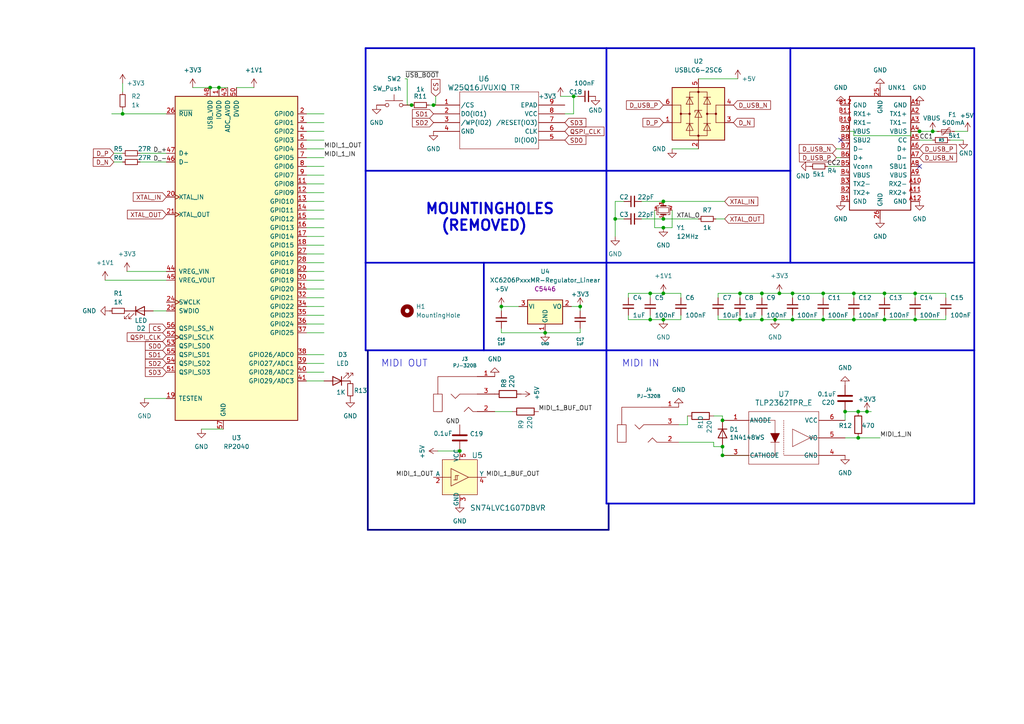
<source format=kicad_sch>
(kicad_sch (version 20231120) (generator "eeschema") (generator_version "8.0")
  (paper "A4")
  (title_block (title "RP2040 - Design Guide") (date "2021-12-07") (rev "0.1") (company "Sleepdealer"))
  (lib_symbols
    (symbol "Device:C" (pin_numbers hide) (pin_names (offset 0.254))
      (property "Reference" "C" (at 0.635 2.54 0))
      (property "Value" "C" (at 0.635 -2.54 0))
      (symbol "C_1_1"
        (pin passive line (at 0 3.81 270) (length 2.794) (name "~") (number "1"))
        (pin passive line (at 0 -3.81 90) (length 2.794) (name "~") (number "2"))
      )
    )
    (symbol "Device:C_Small" (pin_numbers hide) (pin_names (offset 0.254) hide)
      (property "Reference" "C" (at 0.254 1.778 0))
      (property "Value" "C_Small" (at 0.254 -2.032 0))
      (symbol "C_Small_1_1"
        (pin passive line (at 0 2.54 270) (length 2.032) (name "~") (number "1"))
        (pin passive line (at 0 -2.54 90) (length 2.032) (name "~") (number "2"))
      )
    )
    (symbol "Device:Crystal_GND24_Small" (pin_names (offset 1.016) hide)
      (property "Reference" "Y" (at 1.27 4.445 0))
      (property "Value" "Crystal_GND24_Small" (at 1.27 2.54 0))
      (symbol "Crystal_GND24_Small_1_1"
        (pin passive line (at -2.54 0 0) (length 1.27) (name "1") (number "1"))
        (pin passive line (at 0 -2.54 90) (length 0.635) (name "2") (number "2"))
        (pin passive line (at 2.54 0 180) (length 1.27) (name "3") (number "3"))
        (pin passive line (at 0 2.54 270) (length 0.635) (name "4") (number "4"))
      )
    )
    (symbol "Device:LED" (pin_numbers hide) (pin_names (offset 1.016) hide)
      (property "Reference" "D" (at 0 2.54 0))
      (property "Value" "LED" (at 0 -2.54 0))
      (symbol "LED_1_1"
        (pin passive line (at -3.81 0 0) (length 2.54) (name "K") (number "1"))
        (pin passive line (at 3.81 0 180) (length 2.54) (name "A") (number "2"))
      )
    )
    (symbol "Device:Polyfuse_Small" (pin_numbers hide) (pin_names (offset 0))
      (property "Reference" "F" (at -1.905 0 90))
      (property "Value" "Polyfuse_Small" (at 1.905 0 90))
      (symbol "Polyfuse_Small_1_1"
        (pin passive line (at 0 2.54 270) (length 0.635) (name "~") (number "1"))
        (pin passive line (at 0 -2.54 90) (length 0.635) (name "~") (number "2"))
      )
    )
    (symbol "Device:R" (pin_numbers hide) (pin_names (offset 0))
      (property "Reference" "R" (at 2.032 0 90))
      (property "Value" "R" (at 0 0 90))
      (symbol "R_1_1"
        (pin passive line (at 0 3.81 270) (length 1.27) (name "~") (number "1"))
        (pin passive line (at 0 -3.81 90) (length 1.27) (name "~") (number "2"))
      )
    )
    (symbol "Device:R_Small" (pin_numbers hide) (pin_names (offset 0.254) hide)
      (property "Reference" "R" (at 0.762 0.508 0))
      (property "Value" "R_Small" (at 0.762 -1.016 0))
      (symbol "R_Small_1_1"
        (pin passive line (at 0 2.54 270) (length 0.762) (name "~") (number "1"))
        (pin passive line (at 0 -2.54 90) (length 0.762) (name "~") (number "2"))
      )
    )
    (symbol "Diode:1N914" (pin_numbers hide) (pin_names (offset 1.016) hide)
      (property "Reference" "D" (at 0 2.54 0))
      (property "Value" "1N914" (at 0 -2.54 0))
      (symbol "1N914_1_1"
        (pin passive line (at -3.81 0 0) (length 2.54) (name "K") (number "1"))
        (pin passive line (at 3.81 0 180) (length 2.54) (name "A") (number "2"))
      )
    )
    (symbol "Mechanical:MountingHole" (pin_names (offset 1.016)) (exclude_from_sim yes) (in_bom no)
      (property "Reference" "H" (at 0 5.08 0))
      (property "Value" "MountingHole" (at 0 3.175 0))
    )
    (symbol "Power_Protection:USBLC6-2SC6" (pin_names hide)
      (property "Reference" "U" (at 2.54 8.89 0))
      (property "Value" "USBLC6-2SC6" (at 2.54 -8.89 0))
      (symbol "USBLC6-2SC6_1_1"
        (pin passive line (at -10.16 -2.54 0) (length 2.54) (name "I/O1") (number "1"))
        (pin passive line (at 0 -10.16 90) (length 2.54) (name "GND") (number "2"))
        (pin passive line (at 10.16 -2.54 180) (length 2.54) (name "I/O2") (number "3"))
        (pin passive line (at 10.16 2.54 180) (length 2.54) (name "I/O2") (number "4"))
        (pin passive line (at 0 10.16 270) (length 2.54) (name "VBUS") (number "5"))
        (pin passive line (at -10.16 2.54 0) (length 2.54) (name "I/O1") (number "6"))
      )
    )
    (symbol "Sleep-lib:RP2040" (pin_names (offset 1.016))
      (property "Reference" "U" (at 8.89 51.435 0))
      (property "Value" "RP2040" (at 8.89 48.895 0))
      (symbol "RP2040_1_1"
        (pin power_in line (at -5.08 50.8 270) (length 2.54) (name "IOVDD") (number "1"))
        (pin power_in line (at -5.08 50.8 270) (length 2.54) hide (name "IOVDD") (number "10"))
        (pin input line (at 20.32 22.86 180) (length 2.54) (name "GPIO8") (number "11"))
        (pin input line (at 20.32 20.32 180) (length 2.54) (name "GPIO9") (number "12"))
        (pin input line (at 20.32 17.78 180) (length 2.54) (name "GPIO10") (number "13"))
        (pin input line (at 20.32 15.24 180) (length 2.54) (name "GPIO11") (number "14"))
        (pin input line (at 20.32 12.7 180) (length 2.54) (name "GPIO12") (number "15"))
        (pin input line (at 20.32 10.16 180) (length 2.54) (name "GPIO13") (number "16"))
        (pin input line (at 20.32 7.62 180) (length 2.54) (name "GPIO14") (number "17"))
        (pin input line (at 20.32 5.08 180) (length 2.54) (name "GPIO15") (number "18"))
        (pin input line (at -20.32 -39.37 0) (length 2.54) (name "TESTEN") (number "19"))
        (pin input line (at 20.32 43.18 180) (length 2.54) (name "GPIO0") (number "2"))
        (pin input clock (at -20.32 19.05 0) (length 2.54) (name "XTAL_IN") (number "20"))
        (pin input clock (at -20.32 13.97 0) (length 2.54) (name "XTAL_OUT") (number "21"))
        (pin power_in line (at -5.08 50.8 270) (length 2.54) hide (name "IOVDD") (number "22"))
        (pin power_in line (at 0 50.8 270) (length 2.54) hide (name "DVDD") (number "23"))
        (pin input clock (at -20.32 -11.43 0) (length 2.54) (name "SWCLK") (number "24"))
        (pin bidirectional line (at -20.32 -13.97 0) (length 2.54) (name "SWDIO") (number "25"))
        (pin input line (at -20.32 43.18 0) (length 2.54) (name "~{RUN}") (number "26"))
        (pin input line (at 20.32 2.54 180) (length 2.54) (name "GPIO16") (number "27"))
        (pin input line (at 20.32 0 180) (length 2.54) (name "GPIO17") (number "28"))
        (pin input line (at 20.32 -2.54 180) (length 2.54) (name "GPIO18") (number "29"))
        (pin input line (at 20.32 40.64 180) (length 2.54) (name "GPIO1") (number "3"))
        (pin input line (at 20.32 -5.08 180) (length 2.54) (name "GPIO19") (number "30"))
        (pin input line (at 20.32 -7.62 180) (length 2.54) (name "GPIO20") (number "31"))
        (pin input line (at 20.32 -10.16 180) (length 2.54) (name "GPIO21") (number "32"))
        (pin power_in line (at -5.08 50.8 270) (length 2.54) hide (name "IOVDD") (number "33"))
        (pin input line (at 20.32 -12.7 180) (length 2.54) (name "GPIO22") (number "34"))
        (pin input line (at 20.32 -15.24 180) (length 2.54) (name "GPIO23") (number "35"))
        (pin input line (at 20.32 -17.78 180) (length 2.54) (name "GPIO24") (number "36"))
        (pin input line (at 20.32 -20.32 180) (length 2.54) (name "GPIO25") (number "37"))
        (pin input line (at 20.32 -26.67 180) (length 2.54) (name "GPIO26/ADC0") (number "38"))
        (pin input line (at 20.32 -29.21 180) (length 2.54) (name "GPIO27/ADC1") (number "39"))
        (pin input line (at 20.32 38.1 180) (length 2.54) (name "GPIO2") (number "4"))
        (pin input line (at 20.32 -31.75 180) (length 2.54) (name "GPIO28/ADC2") (number "40"))
        (pin input line (at 20.32 -34.29 180) (length 2.54) (name "GPIO29/ADC3") (number "41"))
        (pin power_in line (at -5.08 50.8 270) (length 2.54) hide (name "IOVDD") (number "42"))
        (pin power_in line (at -2.54 50.8 270) (length 2.54) (name "ADC_AVDD") (number "43"))
        (pin power_in line (at -20.32 -2.54 0) (length 2.54) (name "VREG_VIN") (number "44"))
        (pin power_out line (at -20.32 -5.08 0) (length 2.54) (name "VREG_VOUT") (number "45"))
        (pin bidirectional line (at -20.32 29.21 0) (length 2.54) (name "D-") (number "46"))
        (pin bidirectional line (at -20.32 31.75 0) (length 2.54) (name "D+") (number "47"))
        (pin power_in line (at -7.62 50.8 270) (length 2.54) (name "USB_VDD") (number "48"))
        (pin power_in line (at -5.08 50.8 270) (length 2.54) hide (name "IOVDD") (number "49"))
        (pin input line (at 20.32 35.56 180) (length 2.54) (name "GPIO3") (number "5"))
        (pin power_in line (at 0 50.8 270) (length 2.54) (name "DVDD") (number "50"))
        (pin bidirectional line (at -20.32 -31.75 0) (length 2.54) (name "QSPI_SD3") (number "51"))
        (pin input clock (at -20.32 -21.59 0) (length 2.54) (name "QSPI_SCLK") (number "52"))
        (pin bidirectional line (at -20.32 -24.13 0) (length 2.54) (name "QSPI_SD0") (number "53"))
        (pin bidirectional line (at -20.32 -29.21 0) (length 2.54) (name "QSPI_SD2") (number "54"))
        (pin bidirectional line (at -20.32 -26.67 0) (length 2.54) (name "QSPI_SD1") (number "55"))
        (pin bidirectional line (at -20.32 -19.05 0) (length 2.54) (name "QSPI_SS_N") (number "56"))
        (pin power_in line (at -3.81 -48.26 90) (length 2.54) (name "GND") (number "57"))
        (pin input line (at 20.32 33.02 180) (length 2.54) (name "GPIO4") (number "6"))
        (pin input line (at 20.32 30.48 180) (length 2.54) (name "GPIO5") (number "7"))
        (pin input line (at 20.32 27.94 180) (length 2.54) (name "GPIO6") (number "8"))
        (pin input line (at 20.32 25.4 180) (length 2.54) (name "GPIO7") (number "9"))
      )
    )
    (symbol "Sleep-lib:TLP2362TPR_E" (pin_names (offset 0.254))
      (property "Reference" "U" (at 17.78 7.62 0))
      (property "Value" "TLP2362TPR_E" (at 17.78 5.08 0))
      (symbol "TLP2362TPR_E_0_1"
        (pin unspecified line (at 0 0 0) (length 7.62) (name "ANODE") (number "1"))
        (pin unspecified line (at 0 -10.16 0) (length 7.62) (name "CATHODE") (number "3"))
        (pin power_out line (at 35.56 -10.16 180) (length 7.62) (name "GND") (number "4"))
        (pin power_in line (at 35.56 -5.08 180) (length 7.62) (name "VO") (number "5"))
        (pin power_in line (at 35.56 0 180) (length 7.62) (name "VCC") (number "6"))
      )
    )
    (symbol "Sleep-lib:USB-C-SMD_XKB_U261-24XN-4BC2SS" (pin_names (offset 1.016))
      (property "Reference" "UNK?" (at 0 1.27 0))
      (property "Value" "USB-C-SMD_XKB_U261-24XN-4BC2SS" (at 0 -1.27 0))
      (symbol "USB-C-SMD_XKB_U261-24XN-4BC2SS_1_0"
        (pin unspecified line (at 102.87 -55.88 270) (length 2.54) (name "GND") (number "25"))
        (pin unspecified line (at 102.87 -93.98 90) (length 2.54) (name "GND") (number "26"))
        (pin unspecified line (at 114.3 -60.96 180) (length 2.54) (name "GND") (number "A1"))
        (pin unspecified line (at 114.3 -83.82 180) (length 2.54) (name "RX2-") (number "A10"))
        (pin unspecified line (at 114.3 -86.36 180) (length 2.54) (name "RX2+") (number "A11"))
        (pin unspecified line (at 114.3 -88.9 180) (length 2.54) (name "GND") (number "A12"))
        (pin unspecified line (at 114.3 -63.5 180) (length 2.54) (name "TX1+") (number "A2"))
        (pin unspecified line (at 114.3 -66.04 180) (length 2.54) (name "TX1-") (number "A3"))
        (pin unspecified line (at 114.3 -68.58 180) (length 2.54) (name "VBUS") (number "A4"))
        (pin unspecified line (at 114.3 -71.12 180) (length 2.54) (name "CC") (number "A5"))
        (pin unspecified line (at 114.3 -73.66 180) (length 2.54) (name "D+") (number "A6"))
        (pin unspecified line (at 114.3 -76.2 180) (length 2.54) (name "D-") (number "A7"))
        (pin unspecified line (at 114.3 -78.74 180) (length 2.54) (name "SBU1") (number "A8"))
        (pin unspecified line (at 114.3 -81.28 180) (length 2.54) (name "VBUS") (number "A9"))
        (pin unspecified line (at 91.44 -88.9 0) (length 2.54) (name "GND") (number "B1"))
        (pin unspecified line (at 91.44 -66.04 0) (length 2.54) (name "RX1-") (number "B10"))
        (pin unspecified line (at 91.44 -63.5 0) (length 2.54) (name "RX1+") (number "B11"))
        (pin unspecified line (at 91.44 -60.96 0) (length 2.54) (name "GND") (number "B12"))
        (pin unspecified line (at 91.44 -86.36 0) (length 2.54) (name "TX2+") (number "B2"))
        (pin unspecified line (at 91.44 -83.82 0) (length 2.54) (name "TX2-") (number "B3"))
        (pin unspecified line (at 91.44 -81.28 0) (length 2.54) (name "VBUS") (number "B4"))
        (pin unspecified line (at 91.44 -78.74 0) (length 2.54) (name "Vconn") (number "B5"))
        (pin unspecified line (at 91.44 -76.2 0) (length 2.54) (name "D+") (number "B6"))
        (pin unspecified line (at 91.44 -73.66 0) (length 2.54) (name "D-") (number "B7"))
        (pin unspecified line (at 91.44 -71.12 0) (length 2.54) (name "SBU2") (number "B8"))
        (pin unspecified line (at 91.44 -68.58 0) (length 2.54) (name "VBUS") (number "B9"))
      )
    )
    (symbol "Sleep-lib:W25Q16JVUXIQ_TR" (pin_names (offset 0.254))
      (property "Reference" "U6" (at 57.785 7.62 0))
      (property "Value" "W25Q16JVUXIQ TR" (at 57.785 5.08 0))
      (symbol "W25Q16JVUXIQ_TR_0_1"
        (pin unspecified line (at 43.18 0 0) (length 7.62) (name "/CS") (number "1"))
        (pin unspecified line (at 43.18 -2.54 0) (length 7.62) (name "DO(IO1)") (number "2"))
        (pin unspecified line (at 43.18 -5.08 0) (length 7.62) (name "/WP(IO2)") (number "3"))
        (pin unspecified line (at 43.18 -7.62 0) (length 7.62) (name "GND") (number "4"))
        (pin unspecified line (at 81.28 -10.16 180) (length 7.62) (name "DI(IO0)") (number "5"))
        (pin unspecified line (at 81.28 -7.62 180) (length 7.62) (name "CLK") (number "6"))
        (pin unspecified line (at 81.28 -2.54 180) (length 7.62) (name "VCC") (number "8"))
        (pin unspecified line (at 81.28 0 180) (length 7.62) (name "EPAD") (number "9"))
      )
      (symbol "W25Q16JVUXIQ_TR_1_1"
        (pin unspecified line (at 81.28 -5.08 180) (length 7.62) (name "/RESET(IO3)") (number "7"))
      )
    )
    (symbol "Switch:SW_Push" (pin_numbers hide) (pin_names (offset 1.016) hide)
      (property "Reference" "SW" (at 1.27 2.54 0))
      (property "Value" "SW_Push" (at 0 -1.524 0))
      (symbol "SW_Push_0_1"
        (pin passive line (at -5.08 0 0) (length 2.54) (name "1") (number "1"))
        (pin passive line (at 5.08 0 180) (length 2.54) (name "2") (number "2"))
      )
    )
    (symbol "dk_Logic-Buffers-Drivers-Receivers-Transceivers:SN74LVC1G07DBVR" (pin_names (offset 0))
      (property "Reference" "U" (at -2.54 6.35 0))
      (property "Value" "SN74LVC1G07DBVR" (at 1.905 -6.35 0))
      (symbol "SN74LVC1G07DBVR_1_1"
        (pin no_connect line (at -7.62 -5.08 0) (length 2.54) hide (name "NC") (number "1"))
        (pin input line (at -7.62 0 0) (length 2.54) (name "A") (number "2"))
        (pin power_in line (at 0 -7.62 90) (length 2.54) (name "GND") (number "3"))
        (pin output line (at 7.62 0 180) (length 2.54) (name "Y") (number "4"))
        (pin power_in line (at 0 7.62 270) (length 2.54) (name "VCC") (number "5"))
      )
    )
    (symbol "kicad-keyboard-parts:XC6206PxxxMR-Regulator_Linear" (pin_names (offset 0.254))
      (property "Reference" "U" (at -3.81 3.175 0))
      (property "Value" "XC6206PxxxMR-Regulator_Linear" (at 0 3.175 0))
      (property "LCSC" "C5446" (at 0 0 0))
      (symbol "XC6206PxxxMR-Regulator_Linear_1_1"
        (pin power_in line (at 0 -7.62 90) (length 2.54) (name "GND") (number "1"))
        (pin power_out line (at 7.62 0 180) (length 2.54) (name "VO") (number "2"))
        (pin power_in line (at -7.62 0 0) (length 2.54) (name "VI") (number "3"))
      )
    )
    (symbol "poma:PJ-320B" (pin_names (offset 1.016))
      (property "Reference" "U" (at 0 12.7 0))
      (property "Value" "PJ-320B" (at 0 11.43 0))
      (symbol "PJ-320B_1_1"
        (pin output line (at 10.16 7.62 180) (length 5.08) (name "~") (number "1"))
        (pin output line (at 10.16 -2.54 180) (length 5.08) (name "~") (number "2"))
        (pin output line (at 10.16 2.54 180) (length 5.08) (name "~") (number "3"))
      )
    )
    (symbol "power:+1V1" (power) (pin_names (offset 0))
      (property "Value" "+1V1" (at 0 3.556 0))
      (symbol "+1V1_1_1"
        (pin power_in line (at 0 0 90) (length 0) hide (name "+1V1") (number "1"))
      )
    )
    (symbol "power:+3.3V" (power) (pin_names (offset 0))
      (property "Value" "+3.3V" (at 0 3.556 0))
      (symbol "+3.3V_1_1"
        (pin power_in line (at 0 0 90) (length 0) hide (name "+3V3") (number "1"))
      )
    )
    (symbol "power:+3V3" (power) (pin_names (offset 0))
      (property "Value" "+3V3" (at 0 3.556 0))
      (symbol "+3V3_1_1"
        (pin power_in line (at 0 0 90) (length 0) hide (name "+3V3") (number "1"))
      )
    )
    (symbol "power:+5V" (power) (pin_names (offset 0))
      (property "Value" "+5V" (at 0 3.556 0))
      (symbol "+5V_1_1"
        (pin power_in line (at 0 0 90) (length 0) hide (name "+5V") (number "1"))
      )
    )
    (symbol "power:GND" (power) (pin_names (offset 0))
      (property "Value" "GND" (at 0 -3.81 0))
      (symbol "GND_1_1"
        (pin power_in line (at 0 0 270) (length 0) hide (name "GND") (number "1"))
      )
    )
    (symbol "power:VBUS" (power) (pin_names (offset 0))
      (property "Value" "VBUS" (at 0 3.81 0))
      (symbol "VBUS_1_1"
        (pin power_in line (at 0 0 90) (length 0) hide (name "VBUS") (number "1"))
      )
    )
  )
  (junction (at 192.405 66.04))
  (junction (at 166.37 27.94))
  (junction (at 192.405 63.5))
  (junction (at 248.92 119.38))
  (junction (at 63.5 25.4))
  (junction (at 224.79 92.71))
  (junction (at 220.98 92.71))
  (junction (at 238.76 92.71))
  (junction (at 238.76 85.09))
  (junction (at 247.65 92.71))
  (junction (at 35.56 33.02))
  (junction (at 256.54 85.09))
  (junction (at 247.65 85.09))
  (junction (at 256.54 92.71))
  (junction (at 214.63 85.09))
  (junction (at 220.98 85.09))
  (junction (at 133.35 130.81))
  (junction (at 188.595 85.09))
  (junction (at 119.38 30.48))
  (junction (at 178.435 63.5))
  (junction (at 168.275 88.9) (diameter 0.9144))
  (junction (at 226.06 85.09))
  (junction (at 209.55 121.92))
  (junction (at 214.63 92.71))
  (junction (at 229.87 85.09))
  (junction (at 60.96 25.4))
  (junction (at 229.87 92.71))
  (junction (at 266.7 38.1))
  (junction (at 265.43 92.71))
  (junction (at 188.595 92.71))
  (junction (at 209.55 129.54))
  (junction (at 125.73 30.48))
  (junction (at 158.115 96.52) (diameter 0.9144))
  (junction (at 265.43 85.09))
  (junction (at 251.46 119.38))
  (junction (at 245.11 119.38))
  (junction (at 192.405 85.09))
  (junction (at 192.405 58.42))
  (junction (at 270.51 38.1))
  (junction (at 192.405 92.71))
  (junction (at 248.92 127))
  (junction (at 145.415 88.9) (diameter 0.9144))
  (junction (at 209.55 132.08))
  (no_connect (at 243.84 40.64))
  (no_connect (at 266.7 48.26))
  (wire (pts (xy 207.01 128.27) (xy 207.01 129.54)))
  (wire (pts (xy 93.98 83.82) (xy 88.9 83.82)))
  (wire (pts (xy 196.85 123.19) (xy 199.39 123.19)))
  (wire (pts (xy 229.87 85.09) (xy 238.76 85.09)))
  (wire (pts (xy 238.76 85.09) (xy 238.76 86.36)))
  (wire (pts (xy 33.02 46.99) (xy 35.56 46.99)))
  (wire (pts (xy 117.475 22.86) (xy 118.11 22.86)))
  (polyline (pts (xy 175.895 13.97) (xy 229.235 13.97)) (stroke (width 0.5) (type solid)))
  (wire (pts (xy 88.9 81.28) (xy 93.98 81.28)))
  (wire (pts (xy 186.055 63.5) (xy 192.405 63.5)))
  (wire (pts (xy 192.405 63.5) (xy 202.565 63.5)))
  (wire (pts (xy 207.645 63.5) (xy 210.185 63.5)))
  (wire (pts (xy 214.63 91.44) (xy 214.63 92.71)))
  (wire (pts (xy 256.54 85.09) (xy 265.43 85.09)))
  (wire (pts (xy 265.43 85.09) (xy 265.43 86.36)))
  (wire (pts (xy 247.65 85.09) (xy 256.54 85.09)))
  (wire (pts (xy 238.76 85.09) (xy 247.65 85.09)))
  (wire (pts (xy 88.9 50.8) (xy 93.98 50.8)))
  (wire (pts (xy 178.435 63.5) (xy 178.435 68.58)))
  (wire (pts (xy 162.56 27.94) (xy 166.37 27.94)))
  (wire (pts (xy 93.98 107.95) (xy 88.9 107.95)))
  (wire (pts (xy 209.55 132.08) (xy 217.17 132.08)))
  (wire (pts (xy 93.98 88.9) (xy 88.9 88.9)))
  (wire (pts (xy 145.415 88.9) (xy 150.495 88.9)))
  (wire (pts (xy 40.64 44.45) (xy 48.26 44.45)))
  (wire (pts (xy 207.01 129.54) (xy 209.55 129.54)))
  (wire (pts (xy 266.7 38.1) (xy 270.51 38.1)))
  (wire (pts (xy 248.92 127) (xy 255.27 127)))
  (wire (pts (xy 209.55 129.54) (xy 209.55 132.08)))
  (wire (pts (xy 145.415 95.25) (xy 145.415 96.52)))
  (wire (pts (xy 199.39 123.19) (xy 199.39 120.65)))
  (wire (pts (xy 266.7 40.64) (xy 270.51 40.64)))
  (polyline (pts (xy 282.575 146.05) (xy 282.575 101.6)) (stroke (width 0.5) (type solid)))
  (wire (pts (xy 245.11 127) (xy 248.92 127)))
  (wire (pts (xy 209.55 120.65) (xy 209.55 121.92)))
  (wire (pts (xy 189.865 60.96) (xy 189.865 66.04)))
  (wire (pts (xy 189.865 66.04) (xy 192.405 66.04)))
  (wire (pts (xy 166.37 27.94) (xy 167.64 27.94)))
  (wire (pts (xy 166.37 27.94) (xy 166.37 33.02)))
  (wire (pts (xy 68.58 25.4) (xy 73.66 25.4)))
  (wire (pts (xy 188.595 91.44) (xy 188.595 92.71)))
  (wire (pts (xy 33.02 44.45) (xy 35.56 44.45)))
  (polyline (pts (xy 282.575 101.6) (xy 282.575 76.2)) (stroke (width 0.5) (type solid)))
  (wire (pts (xy 247.65 38.1) (xy 247.65 39.37)))
  (wire (pts (xy 60.96 25.4) (xy 63.5 25.4)))
  (wire (pts (xy 55.88 25.4) (xy 60.96 25.4)))
  (wire (pts (xy 63.5 25.4) (xy 66.04 25.4)))
  (wire (pts (xy 208.28 85.09) (xy 214.63 85.09)))
  (wire (pts (xy 245.11 121.92) (xy 245.11 119.38)))
  (wire (pts (xy 194.945 66.04) (xy 192.405 66.04)))
  (wire (pts (xy 194.945 60.96) (xy 194.945 66.04)))
  (polyline (pts (xy 175.895 49.53) (xy 229.235 49.53)) (stroke (width 0.5) (type solid)))
  (wire (pts (xy 88.9 66.04) (xy 93.98 66.04)))
  (wire (pts (xy 178.435 63.5) (xy 180.975 63.5)))
  (wire (pts (xy 180.975 58.42) (xy 178.435 58.42)))
  (wire (pts (xy 178.435 58.42) (xy 178.435 63.5)))
  (wire (pts (xy 242.57 43.18) (xy 243.84 43.18)))
  (wire (pts (xy 88.9 38.1) (xy 93.98 38.1)))
  (wire (pts (xy 214.63 85.09) (xy 214.63 86.36)))
  (wire (pts (xy 58.42 124.46) (xy 64.77 124.46)))
  (wire (pts (xy 36.83 78.74) (xy 48.26 78.74)))
  (wire (pts (xy 88.9 43.18) (xy 93.98 43.18)))
  (wire (pts (xy 158.115 96.52) (xy 145.415 96.52)))
  (wire (pts (xy 88.9 73.66) (xy 93.98 73.66)))
  (wire (pts (xy 41.91 115.57) (xy 48.26 115.57)))
  (wire (pts (xy 229.87 92.71) (xy 238.76 92.71)))
  (wire (pts (xy 238.76 92.71) (xy 238.76 91.44)))
  (wire (pts (xy 264.16 39.37) (xy 264.16 38.1)))
  (wire (pts (xy 251.46 119.38) (xy 252.73 119.38)))
  (polyline (pts (xy 175.895 146.05) (xy 175.895 101.6)) (stroke (width 0.5) (type solid)))
  (wire (pts (xy 245.11 119.38) (xy 248.92 119.38)))
  (wire (pts (xy 247.65 85.09) (xy 247.65 86.36)))
  (wire (pts (xy 93.98 91.44) (xy 88.9 91.44)))
  (wire (pts (xy 88.9 78.74) (xy 93.98 78.74)))
  (wire (pts (xy 196.85 128.27) (xy 207.01 128.27)))
  (wire (pts (xy 247.65 91.44) (xy 247.65 92.71)))
  (polyline (pts (xy 175.895 146.05) (xy 282.575 146.05)) (stroke (width 0.5) (type solid)))
  (wire (pts (xy 275.59 40.64) (xy 279.4 40.64)))
  (wire (pts (xy 243.84 48.26) (xy 240.03 48.26)))
  (polyline (pts (xy 140.335 101.6) (xy 140.335 76.2)) (stroke (width 0.5) (type solid)))
  (wire (pts (xy 220.98 91.44) (xy 220.98 92.71)))
  (polyline (pts (xy 175.895 101.6) (xy 175.895 76.2)) (stroke (width 0.5) (type solid)))
  (wire (pts (xy 88.9 63.5) (xy 93.98 63.5)))
  (wire (pts (xy 192.405 92.71) (xy 197.485 92.71)))
  (wire (pts (xy 197.485 92.71) (xy 197.485 91.44)))
  (wire (pts (xy 265.43 85.09) (xy 274.32 85.09)))
  (wire (pts (xy 274.32 85.09) (xy 274.32 86.36)))
  (wire (pts (xy 126.365 27.94) (xy 126.365 30.48)))
  (polyline (pts (xy 106.045 76.2) (xy 106.045 13.97)) (stroke (width 0.5) (type solid)))
  (wire (pts (xy 276.86 38.1) (xy 280.67 38.1)))
  (wire (pts (xy 88.9 33.02) (xy 93.98 33.02)))
  (wire (pts (xy 93.98 102.87) (xy 88.9 102.87)))
  (wire (pts (xy 88.9 40.64) (xy 93.98 40.64)))
  (polyline (pts (xy 106.045 101.6) (xy 175.895 101.6)) (stroke (width 0.5) (type solid)))
  (wire (pts (xy 168.275 88.9) (xy 168.275 90.17)))
  (wire (pts (xy 220.98 85.09) (xy 214.63 85.09)))
  (wire (pts (xy 220.98 85.09) (xy 220.98 86.36)))
  (wire (pts (xy 214.63 92.71) (xy 220.98 92.71)))
  (bus (pts (xy 176.53 146.05) (xy 176.53 153.67)) (stroke (width 0.5)))
  (polyline (pts (xy 106.045 101.6) (xy 106.045 76.2)) (stroke (width 0.5) (type solid)))
  (wire (pts (xy 229.87 92.71) (xy 229.87 91.44)))
  (wire (pts (xy 270.51 38.1) (xy 271.78 38.1)))
  (wire (pts (xy 256.54 85.09) (xy 256.54 86.36)))
  (wire (pts (xy 229.87 85.09) (xy 229.87 86.36)))
  (polyline (pts (xy 106.045 49.53) (xy 175.895 49.53)) (stroke (width 0.5) (type solid)))
  (wire (pts (xy 118.11 22.86) (xy 118.11 30.48)))
  (wire (pts (xy 256.54 92.71) (xy 265.43 92.71)))
  (wire (pts (xy 247.65 92.71) (xy 256.54 92.71)))
  (wire (pts (xy 265.43 92.71) (xy 265.43 91.44)))
  (wire (pts (xy 238.76 92.71) (xy 247.65 92.71)))
  (wire (pts (xy 148.59 119.38) (xy 143.51 119.38)))
  (wire (pts (xy 88.9 48.26) (xy 93.98 48.26)))
  (wire (pts (xy 35.56 31.75) (xy 35.56 33.02)))
  (wire (pts (xy 192.405 85.09) (xy 197.485 85.09)))
  (wire (pts (xy 197.485 85.09) (xy 197.485 86.36)))
  (wire (pts (xy 256.54 91.44) (xy 256.54 92.71)))
  (polyline (pts (xy 175.895 76.2) (xy 229.235 76.2)) (stroke (width 0.5) (type solid)))
  (wire (pts (xy 44.45 90.17) (xy 48.26 90.17)))
  (wire (pts (xy 182.245 92.71) (xy 188.595 92.71)))
  (wire (pts (xy 182.245 91.44) (xy 182.245 92.71)))
  (wire (pts (xy 124.46 30.48) (xy 125.73 30.48)))
  (wire (pts (xy 188.595 85.09) (xy 188.595 86.36)))
  (wire (pts (xy 48.26 81.28) (xy 30.48 81.28)))
  (wire (pts (xy 208.28 91.44) (xy 208.28 92.71)))
  (wire (pts (xy 208.28 92.71) (xy 214.63 92.71)))
  (wire (pts (xy 93.98 105.41) (xy 88.9 105.41)))
  (wire (pts (xy 119.38 30.48) (xy 118.11 30.48)))
  (wire (pts (xy 88.9 76.2) (xy 93.98 76.2)))
  (wire (pts (xy 168.275 95.25) (xy 168.275 96.52)))
  (wire (pts (xy 158.115 96.52) (xy 168.275 96.52)))
  (wire (pts (xy 242.57 45.72) (xy 243.84 45.72)))
  (wire (pts (xy 88.9 68.58) (xy 93.98 68.58)))
  (wire (pts (xy 194.945 43.18) (xy 202.565 43.18)))
  (wire (pts (xy 220.98 92.71) (xy 224.79 92.71)))
  (polyline (pts (xy 106.045 76.2) (xy 175.895 76.2)) (stroke (width 0.5) (type solid)))
  (wire (pts (xy 88.9 45.72) (xy 93.98 45.72)))
  (wire (pts (xy 274.32 92.71) (xy 274.32 91.44)))
  (wire (pts (xy 265.43 92.71) (xy 274.32 92.71)))
  (wire (pts (xy 88.9 71.12) (xy 93.98 71.12)))
  (polyline (pts (xy 229.235 13.97) (xy 229.235 76.2)) (stroke (width 0.5) (type solid)))
  (polyline (pts (xy 229.235 76.2) (xy 282.575 76.2)) (stroke (width 0.5) (type solid)))
  (polyline (pts (xy 229.235 13.97) (xy 282.575 13.97)) (stroke (width 0.5) (type solid)))
  (polyline (pts (xy 282.575 76.2) (xy 282.575 13.97)) (stroke (width 0.5) (type solid)))
  (wire (pts (xy 32.385 33.02) (xy 35.56 33.02)))
  (wire (pts (xy 35.56 33.02) (xy 48.26 33.02)))
  (wire (pts (xy 247.65 39.37) (xy 264.16 39.37)))
  (polyline (pts (xy 175.895 76.2) (xy 175.895 13.97)) (stroke (width 0.5) (type solid)))
  (polyline (pts (xy 175.895 101.6) (xy 282.575 101.6)) (stroke (width 0.5) (type solid)))
  (polyline (pts (xy 106.045 13.97) (xy 175.895 13.97)) (stroke (width 0.5) (type solid)))
  (wire (pts (xy 93.98 86.36) (xy 88.9 86.36)))
  (wire (pts (xy 145.415 88.9) (xy 145.415 90.17)))
  (wire (pts (xy 125.73 30.48) (xy 126.365 30.48)))
  (wire (pts (xy 165.735 88.9) (xy 168.275 88.9)))
  (wire (pts (xy 186.055 58.42) (xy 192.405 58.42)))
  (bus (pts (xy 106.68 153.67) (xy 176.53 153.67)) (stroke (width 0.5)))
  (wire (pts (xy 93.98 110.49) (xy 88.9 110.49)))
  (wire (pts (xy 88.9 58.42) (xy 93.98 58.42)))
  (wire (pts (xy 188.595 92.71) (xy 192.405 92.71)))
  (wire (pts (xy 264.16 38.1) (xy 266.7 38.1)))
  (wire (pts (xy 188.595 85.09) (xy 182.245 85.09)))
  (wire (pts (xy 192.405 85.09) (xy 188.595 85.09)))
  (wire (pts (xy 182.245 85.09) (xy 182.245 86.36)))
  (wire (pts (xy 88.9 35.56) (xy 93.98 35.56)))
  (wire (pts (xy 207.01 120.65) (xy 209.55 120.65)))
  (wire (pts (xy 93.98 96.52) (xy 88.9 96.52)))
  (wire (pts (xy 127 130.81) (xy 133.35 130.81)))
  (wire (pts (xy 208.28 86.36) (xy 208.28 85.09)))
  (wire (pts (xy 88.9 60.96) (xy 93.98 60.96)))
  (wire (pts (xy 220.98 85.09) (xy 226.06 85.09)))
  (wire (pts (xy 226.06 85.09) (xy 229.87 85.09)))
  (wire (pts (xy 243.84 38.1) (xy 247.65 38.1)))
  (wire (pts (xy 88.9 55.88) (xy 93.98 55.88)))
  (wire (pts (xy 93.98 93.98) (xy 88.9 93.98)))
  (wire (pts (xy 224.79 92.71) (xy 229.87 92.71)))
  (wire (pts (xy 40.64 46.99) (xy 48.26 46.99)))
  (wire (pts (xy 163.83 33.02) (xy 166.37 33.02)))
  (wire (pts (xy 192.405 58.42) (xy 210.185 58.42)))
  (bus (pts (xy 106.68 101.6) (xy 106.68 153.67)) (stroke (width 0.5)))
  (wire (pts (xy 202.565 22.86) (xy 213.995 22.86)))
  (wire (pts (xy 248.92 119.38) (xy 251.46 119.38)))
  (wire (pts (xy 88.9 53.34) (xy 93.98 53.34)))
  (wire (pts (xy 35.56 24.13) (xy 35.56 26.67)))
  (text "MIDI IN" (at 180.34 106.68 0) (effects (font (size 2 2)) (justify left bottom)))
  (text "MOUNTINGHOLES\n  (REMOVED)" (at 123.19 67.31 0) (effects (font (size 3 3) (thickness 0.6) (bold yes)) (justify left bottom)))
  (text "MIDI OUT" (at 110.49 106.68 0) (effects (font (size 2 2)) (justify left bottom)))
  (label "MIDI_1_IN" (at 93.98 45.72 0))
  (label "GND" (at 133.35 123.19 180))
  (label "~{USB_BOOT}" (at 117.475 22.86 0))
  (label "CC2" (at 243.84 48.26 180))
  (label "CC1" (at 266.7 40.64 0))
  (label "XTAL_O" (at 196.215 63.5 0))
  (label "MIDI_1_IN" (at 255.27 127 0))
  (label "MIDI_1_BUF_OUT" (at 156.21 119.38 0))
  (label "MIDI_1_BUF_OUT" (at 140.97 138.43 0))
  (label "D_-" (at 44.45 46.99 0))
  (label "D_+" (at 44.45 44.45 0))
  (label "MIDI_1_OUT" (at 93.98 43.18 0))
  (label "MIDI_1_OUT" (at 125.73 138.43 180))
  (global_label "D_USB_P" (shape input) (at 242.57 45.72 180) (property "Intersheetrefs" "${INTERSHEET_REFS}" (effects (hide yes))))
  (global_label "D_USB_N" (shape input) (at 266.7 45.72 0) (property "Intersheetrefs" "${INTERSHEET_REFS}" (effects (hide yes))))
  (global_label "SD0" (shape input) (at 48.26 100.33 180) (property "Intersheetrefs" "${INTERSHEET_REFS}" (effects (hide yes))))
  (global_label "CS" (shape input) (at 126.365 27.94 90) (property "Intersheetrefs" "${INTERSHEET_REFS}" (effects (hide yes))))
  (global_label "XTAL_IN" (shape input) (at 48.26 57.15 180) (property "Intersheetrefs" "${INTERSHEET_REFS}" (effects (hide yes))))
  (global_label "D_P" (shape input) (at 33.02 44.45 180) (property "Intersheetrefs" "${INTERSHEET_REFS}" (effects (hide yes))))
  (global_label "D_N" (shape input) (at 33.02 46.99 180) (property "Intersheetrefs" "${INTERSHEET_REFS}" (effects (hide yes))))
  (global_label "QSPI_CLK" (shape input) (at 163.83 38.1 0) (property "Intersheetrefs" "${INTERSHEET_REFS}" (effects (hide yes))))
  (global_label "D_USB_N" (shape input) (at 212.725 30.48 0) (property "Intersheetrefs" "${INTERSHEET_REFS}" (effects (hide yes))))
  (global_label "XTAL_IN" (shape input) (at 210.185 58.42 0) (property "Intersheetrefs" "${INTERSHEET_REFS}" (effects (hide yes))))
  (global_label "XTAL_OUT" (shape input) (at 48.26 62.23 180) (property "Intersheetrefs" "${INTERSHEET_REFS}" (effects (hide yes))))
  (global_label "SD1" (shape input) (at 48.26 102.87 180) (property "Intersheetrefs" "${INTERSHEET_REFS}" (effects (hide yes))))
  (global_label "XTAL_OUT" (shape input) (at 210.185 63.5 0) (property "Intersheetrefs" "${INTERSHEET_REFS}" (effects (hide yes))))
  (global_label "SD2" (shape input) (at 125.73 35.56 180) (property "Intersheetrefs" "${INTERSHEET_REFS}" (effects (hide yes))))
  (global_label "D_N" (shape input) (at 212.725 35.56 0) (property "Intersheetrefs" "${INTERSHEET_REFS}" (effects (hide yes))))
  (global_label "D_P" (shape input) (at 192.405 35.56 180) (property "Intersheetrefs" "${INTERSHEET_REFS}" (effects (hide yes))))
  (global_label "CS" (shape input) (at 48.26 95.25 180) (property "Intersheetrefs" "${INTERSHEET_REFS}" (effects (hide yes))))
  (global_label "SD3" (shape input) (at 163.83 35.56 0) (property "Intersheetrefs" "${INTERSHEET_REFS}" (effects (hide yes))))
  (global_label "SD0" (shape input) (at 163.83 40.64 0) (property "Intersheetrefs" "${INTERSHEET_REFS}" (effects (hide yes))))
  (global_label "SD3" (shape input) (at 48.26 107.95 180) (property "Intersheetrefs" "${INTERSHEET_REFS}" (effects (hide yes))))
  (global_label "D_USB_P" (shape input) (at 192.405 30.48 180) (property "Intersheetrefs" "${INTERSHEET_REFS}" (effects (hide yes))))
  (global_label "D_USB_N" (shape input) (at 242.57 43.18 180) (property "Intersheetrefs" "${INTERSHEET_REFS}" (effects (hide yes))))
  (global_label "QSPI_CLK" (shape input) (at 48.26 97.79 180) (property "Intersheetrefs" "${INTERSHEET_REFS}" (effects (hide yes))))
  (global_label "SD2" (shape input) (at 48.26 105.41 180) (property "Intersheetrefs" "${INTERSHEET_REFS}" (effects (hide yes))))
  (global_label "SD1" (shape input) (at 125.73 33.02 180) (property "Intersheetrefs" "${INTERSHEET_REFS}" (effects (hide yes))))
  (global_label "D_USB_P" (shape input) (at 266.7 43.18 0) (property "Intersheetrefs" "${INTERSHEET_REFS}" (effects (hide yes))))
  (symbol (lib_id "Device:C_Small") (at 247.65 88.9 0) (unit 1)
    (property "Reference" "C12" (at 248.92 86.3599 0) (effects (justify left)))
    (property "Value" "100nF" (at 248.92 91.4399 0) (effects (justify left)))
    (property "Footprint" "Capacitor_SMD:C_0402_1005Metric" (effects (hide yes)))
    (property "LCSC" "C1525" (effects (hide yes)))
  )
  (symbol (lib_id "Sleep-lib:RP2040") (at 68.58 76.2 0) (unit 1)
    (property "Reference" "U3" (at 68.58 127 0))
    (property "Value" "RP2040" (at 68.58 129.54 0))
    (property "Footprint" "Sleep-Lib:RP2040-QFN-56" (effects (hide yes)))
    (property "Datasheet" "https://datasheets.raspberrypi.com/rp2040/rp2040-datasheet.pdf" (effects (hide yes)))
    (property "LCSC" "C2040" (effects (hide yes)))
  )
  (symbol (lib_id "power:GND") (at 245.11 111.76 180) (unit 1)
    (property "Reference" "#PWR010" (effects (hide yes)))
    (property "Value" "GND" (at 245.11 106.68 0))
  )
  (symbol (lib_id "Device:R") (at 248.92 123.19 0) (mirror y) (unit 1)
    (property "Reference" "R12" (at 247.142 123.444 0) (effects (justify left)))
    (property "Value" "470" (at 253.746 123.444 0) (effects (justify left)))
    (property "Footprint" "Resistor_SMD:R_0603_1608Metric_Pad0.98x0.95mm_HandSolder" (effects (hide yes)))
    (property "LCSC" "C17710 " (effects (hide yes)))
  )
  (symbol (lib_id "power:GND") (at 224.79 92.71 0) (unit 1)
    (property "Reference" "#PWR026" (effects (hide yes)))
    (property "Value" "GND" (at 224.79 97.79 0))
  )
  (symbol (lib_id "power:GND") (at 279.4 40.64 0) (unit 1)
    (property "Reference" "#PWR028" (effects (hide yes)))
    (property "Value" "GND" (at 280.162 44.45 0))
  )
  (symbol (lib_id "Device:C_Small") (at 208.28 88.9 0) (unit 1)
    (property "Reference" "C7" (at 209.55 86.3599 0) (effects (justify left)))
    (property "Value" "10uF" (at 209.55 91.4399 0) (effects (justify left)))
    (property "Footprint" "Capacitor_SMD:C_0402_1005Metric" (effects (hide yes)))
    (property "LCSC" "C15525" (effects (hide yes)))
  )
  (symbol (lib_id "dk_Logic-Buffers-Drivers-Receivers-Transceivers:SN74LVC1G07DBVR") (at 133.35 138.43 0) (unit 1)
    (property "Reference" "U5" (at 138.43 132.08 0) (effects (font (size 1.524 1.524))))
    (property "Value" "SN74LVC1G07DBVR" (at 147.32 147.32 0) (effects (font (size 1.524 1.524))))
    (property "Footprint" "Package_TO_SOT_SMD:SOT-23-5" (effects (hide yes)))
    (property "Datasheet" "http://www.ti.com/general/docs/suppproductinfo.tsp?distId=10&gotoUrl=http%3A%2F%2Fwww.ti.com%2Flit%2Fgpn%2Fsn74lvc1g07" (effects (hide yes)))
    (property "Digi-Key_PN" "296-8485-1-ND" (effects (hide yes)))
    (property "Category" "Integrated Circuits (ICs)" (effects (hide yes)))
    (property "Family" "Logic - Buffers, Drivers, Receivers, Transceivers" (effects (hide yes)))
    (property "DK_Datasheet_Link" "http://www.ti.com/general/docs/suppproductinfo.tsp?distId=10&gotoUrl=http%3A%2F%2Fwww.ti.com%2Flit%2Fgpn%2Fsn74lvc1g07" (effects (hide yes)))
    (property "DK_Detail_Page" "/product-detail/en/texas-instruments/SN74LVC1G07DBVR/296-8485-1-ND/377454" (effects (hide yes)))
    (property "Description" "IC BUF NON-INVERT 5.5V SOT23-5" (effects (hide yes)))
    (property "Manufacturer" "Texas Instruments" (effects (hide yes)))
    (property "Status" "Active" (effects (hide yes)))
    (property "LCSC" "C7829" (effects (hide yes)))
  )
  (symbol (lib_id "poma:PJ-320B") (at 186.69 125.73 0) (unit 1) (in_bom no)
    (property "Reference" "J4" (at 188.1632 113.0046 0) (effects (font (size 0.9906 0.9906))))
    (property "Value" "PJ-320B" (at 188.1632 114.9096 0) (effects (font (size 0.9906 0.9906))))
    (property "Footprint" "poma:3.5mm_stereo_jack_PJ320B" (effects (hide yes)))
    (property "Description" "C2884998" (effects (hide yes)))
    (property "LCSC" "C2884998" (effects (hide yes)))
  )
  (symbol (lib_id "power:GND") (at 192.405 66.04 0) (unit 1)
    (property "Reference" "#PWR013" (effects (hide yes)))
    (property "Value" "GND" (at 192.405 71.12 0))
  )
  (symbol (lib_id "power:+5V") (at 280.67 38.1 0) (unit 1)
    (property "Reference" "#PWR09" (effects (hide yes)))
    (property "Value" "+5V" (at 280.416 33.528 0))
  )
  (symbol (lib_id "Device:C_Small") (at 274.32 88.9 0) (unit 1)
    (property "Reference" "C15" (at 275.59 86.3599 0) (effects (justify left)))
    (property "Value" "100nF" (at 275.59 91.4399 0) (effects (justify left)))
    (property "Footprint" "Capacitor_SMD:C_0402_1005Metric" (effects (hide yes)))
    (property "LCSC" "C1525" (effects (hide yes)))
  )
  (symbol (lib_id "power:GND") (at 58.42 124.46 0) (unit 1)
    (property "Reference" "#PWR032" (effects (hide yes)))
    (property "Value" "GND" (at 58.42 129.54 0))
  )
  (symbol (lib_id "Device:C") (at 133.35 127 0) (unit 1)
    (property "Reference" "C19" (at 136.271 125.8316 0) (effects (justify left)))
    (property "Value" "0.1uF" (at 125.73 125.73 0) (effects (justify left)))
    (property "Footprint" "Capacitor_SMD:C_0402_1005Metric" (effects (hide yes)))
    (property "LCSC" " C1525" (effects (hide yes)))
  )
  (symbol (lib_id "Device:C_Small") (at 182.245 88.9 0) (unit 1)
    (property "Reference" "C4" (at 183.515 86.3599 0) (effects (justify left)))
    (property "Value" "1uF" (at 183.515 91.4399 0) (effects (justify left)))
    (property "Footprint" "Capacitor_SMD:C_0402_1005Metric" (effects (hide yes)))
    (property "LCSC" "C52923" (effects (hide yes)))
  )
  (symbol (lib_id "Device:R") (at 203.2 120.65 90) (unit 1)
    (property "Reference" "R10" (at 203.2 124.46 0) (effects (justify left)))
    (property "Value" "220" (at 205.74 125.73 0) (effects (justify left)))
    (property "Footprint" "Resistor_SMD:R_0402_1005Metric" (effects (hide yes)))
    (property "LCSC" "C25091" (effects (hide yes)))
  )
  (symbol (lib_id "power:+3V3") (at 36.83 78.74 0) (unit 1)
    (property "Reference" "#PWR017" (effects (hide yes)))
    (property "Value" "+3V3" (at 36.83 73.66 0))
  )
  (symbol (lib_id "power:GND") (at 196.85 118.11 180) (unit 1)
    (property "Reference" "#PWR015" (effects (hide yes)))
    (property "Value" "GND" (at 196.85 113.03 0))
  )
  (symbol (lib_id "power:GND") (at 158.115 96.52 0) (unit 1)
    (property "Reference" "#PWR027" (effects (hide yes)))
    (property "Value" "GND" (at 158.115 99.695 0) (effects (font (size 0.762 0.762))))
  )
  (symbol (lib_id "Device:R_Small") (at 237.49 48.26 270) (unit 1)
    (property "Reference" "R4" (at 241.3 49.53 90))
    (property "Value" "5k1" (at 237.49 50.546 90))
    (property "Footprint" "Resistor_SMD:R_0402_1005Metric" (effects (hide yes)))
    (property "LCSC" "C25905" (effects (hide yes)))
  )
  (symbol (lib_id "Device:R_Small") (at 35.56 29.21 0) (unit 1)
    (property "Reference" "R2" (at 38.1 27.9399 0) (effects (justify left)))
    (property "Value" "1k" (at 38.1 30.4799 0) (effects (justify left)))
    (property "Footprint" "Resistor_SMD:R_0402_1005Metric" (effects (hide yes)))
    (property "LCSC" "C11702" (effects (hide yes)))
  )
  (symbol (lib_id "Device:C_Small") (at 183.515 63.5 90) (unit 1)
    (property "Reference" "C3" (at 180.975 62.23 90))
    (property "Value" "22pF" (at 187.325 62.23 90))
    (property "Footprint" "Capacitor_SMD:C_0402_1005Metric" (effects (hide yes)))
    (property "LCSC" "C1555" (effects (hide yes)))
  )
  (symbol (lib_id "Power_Protection:USBLC6-2SC6") (at 202.565 33.02 0) (unit 1)
    (property "Reference" "U2" (at 202.565 17.78 0))
    (property "Value" "USBLC6-2SC6" (at 202.565 20.32 0))
    (property "Footprint" "Package_TO_SOT_SMD:SOT-23-6" (effects (hide yes)))
    (property "Datasheet" "https://www.st.com/resource/en/datasheet/usblc6-2.pdf" (effects (hide yes)))
    (property "LCSC" "C2827654" (effects (hide yes)))
  )
  (symbol (lib_id "power:+3V3") (at 35.56 24.13 0) (unit 1)
    (property "Reference" "#PWR04" (effects (hide yes)))
    (property "Value" "+3V3" (at 39.37 24.13 0))
  )
  (symbol (lib_id "power:GND") (at 255.27 63.5 0) (unit 1)
    (property "Reference" "#PWR030" (effects (hide yes)))
    (property "Value" "GND" (at 255.27 68.58 0))
  )
  (symbol (lib_id "Device:C_Small") (at 168.275 92.71 180) (unit 1)
    (property "Reference" "C17" (at 168.275 98.425 0) (effects (font (size 0.762 0.762))))
    (property "Value" "1uF" (at 168.275 99.695 0) (effects (font (size 0.762 0.762))))
    (property "Footprint" "Capacitor_SMD:C_0402_1005Metric" (effects (hide yes)))
    (property "LCSC" "C52923" (effects (hide yes)))
  )
  (symbol (lib_id "power:+3V3") (at 226.06 85.09 0) (unit 1)
    (property "Reference" "#PWR020" (effects (hide yes)))
    (property "Value" "+3V3" (at 226.06 80.01 0))
  )
  (symbol (lib_id "power:GND") (at 243.84 58.42 0) (unit 1)
    (property "Reference" "#PWR034" (effects (hide yes)))
    (property "Value" "GND" (at 243.84 63.5 0))
  )
  (symbol (lib_id "Switch:SW_Push") (at 114.3 30.48 0) (unit 1) (in_bom no)
    (property "Reference" "SW2" (at 114.3 22.86 0))
    (property "Value" "SW_Push" (at 112.268 25.654 0))
    (property "Footprint" "Jumper:SolderJumper-2_P1.3mm_Open_Pad1.0x1.5mm" (effects (hide yes)))
  )
  (symbol (lib_id "power:GND") (at 178.435 68.58 0) (unit 1)
    (property "Reference" "#PWR016" (effects (hide yes)))
    (property "Value" "GND" (at 178.435 73.66 0))
  )
  (symbol (lib_id "power:GND") (at 133.35 146.05 0) (unit 1)
    (property "Reference" "#PWR039" (effects (hide yes)))
    (property "Value" "GND" (at 133.35 151.13 0))
  )
  (symbol (lib_id "power:GND") (at 243.84 30.48 180) (unit 1)
    (property "Reference" "#PWR035" (effects (hide yes)))
    (property "Value" "GND" (at 243.84 25.4 0))
  )
  (symbol (lib_id "Device:C_Small") (at 265.43 88.9 0) (unit 1)
    (property "Reference" "C14" (at 266.7 86.3599 0) (effects (justify left)))
    (property "Value" "100nF" (at 266.7 91.4399 0) (effects (justify left)))
    (property "Footprint" "Capacitor_SMD:C_0402_1005Metric" (effects (hide yes)))
    (property "LCSC" "C1525" (effects (hide yes)))
  )
  (symbol (lib_id "power:+1V1") (at 30.48 81.28 0) (unit 1)
    (property "Reference" "#PWR018" (effects (hide yes)))
    (property "Value" "+1V1" (at 30.48 76.2 0))
  )
  (symbol (lib_id "Device:C_Small") (at 214.63 88.9 0) (unit 1)
    (property "Reference" "C8" (at 215.9 86.3599 0) (effects (justify left)))
    (property "Value" "1uF" (at 215.9 91.4399 0) (effects (justify left)))
    (property "Footprint" "Capacitor_SMD:C_0402_1005Metric" (effects (hide yes)))
    (property "LCSC" "C52923" (effects (hide yes)))
  )
  (symbol (lib_id "Device:R_Small") (at 121.92 30.48 90) (unit 1)
    (property "Reference" "R11" (at 121.92 27.94 90))
    (property "Value" "1k" (at 121.92 25.908 90))
    (property "Footprint" "Resistor_SMD:R_0402_1005Metric" (effects (hide yes)))
    (property "LCSC" "C11702" (effects (hide yes)))
  )
  (symbol (lib_id "power:+5V") (at 145.415 88.9 0) (unit 1)
    (property "Reference" "#PWR023" (effects (hide yes)))
    (property "Value" "+5V" (at 145.415 83.82 0))
  )
  (symbol (lib_id "poma:PJ-320B") (at 133.35 116.84 0) (unit 1) (in_bom no)
    (property "Reference" "J3" (at 134.8232 104.1146 0) (effects (font (size 0.9906 0.9906))))
    (property "Value" "PJ-320B" (at 134.8232 106.0196 0) (effects (font (size 0.9906 0.9906))))
    (property "Footprint" "poma:3.5mm_stereo_jack_PJ320B" (effects (hide yes)))
    (property "LCSC" "C2884998" (effects (hide yes)))
  )
  (symbol (lib_id "Device:Polyfuse_Small") (at 274.32 38.1 90) (unit 1)
    (property "Reference" "F1" (at 276.225 33.274 90))
    (property "Value" "500mA" (at 276.479 35.56 90))
    (property "Footprint" "Fuse:Fuse_1206_3216Metric" (effects (hide yes)))
    (property "LCSC" "C70076" (effects (hide yes)))
  )
  (symbol (lib_id "Device:C_Small") (at 183.515 58.42 90) (unit 1)
    (property "Reference" "C2" (at 180.975 57.15 90))
    (property "Value" "22pF" (at 187.325 57.15 90))
    (property "Footprint" "Capacitor_SMD:C_0402_1005Metric" (effects (hide yes)))
    (property "LCSC" "C1555" (effects (hide yes)))
  )
  (symbol (lib_id "Device:C_Small") (at 238.76 88.9 0) (unit 1)
    (property "Reference" "C11" (at 240.03 86.3599 0) (effects (justify left)))
    (property "Value" "100nF" (at 240.03 91.4399 0) (effects (justify left)))
    (property "Footprint" "Capacitor_SMD:C_0402_1005Metric" (effects (hide yes)))
    (property "LCSC" "C1525" (effects (hide yes)))
  )
  (symbol (lib_id "power:GND") (at 143.51 109.22 180) (unit 1)
    (property "Reference" "#PWR038" (effects (hide yes)))
    (property "Value" "GND" (at 143.51 104.14 0))
  )
  (symbol (lib_id "power:GND") (at 234.95 48.26 270) (unit 1)
    (property "Reference" "#PWR029" (effects (hide yes)))
    (property "Value" "GND" (at 234.95 51.054 90) (effects (justify right)))
  )
  (symbol (lib_id "power:GND") (at 31.75 90.17 270) (unit 1)
    (property "Reference" "#PWR02" (effects (hide yes)))
    (property "Value" "GND" (at 27.94 90.1699 90) (effects (justify right)))
  )
  (symbol (lib_id "Device:C_Small") (at 229.87 88.9 0) (unit 1)
    (property "Reference" "C10" (at 231.14 86.3599 0) (effects (justify left)))
    (property "Value" "100nF" (at 231.14 91.4399 0) (effects (justify left)))
    (property "Footprint" "Capacitor_SMD:C_0402_1005Metric" (effects (hide yes)))
    (property "LCSC" "C1525" (effects (hide yes)))
  )
  (symbol (lib_id "Device:Crystal_GND24_Small") (at 192.405 60.96 90) (unit 1)
    (property "Reference" "Y1" (at 196.215 66.04 90) (effects (justify right)))
    (property "Value" "12MHz" (at 196.215 68.58 90) (effects (justify right)))
    (property "Footprint" "Crystal:Crystal_SMD_3225-4Pin_3.2x2.5mm" (effects (hide yes)))
    (property "LCSC" "C9002" (effects (hide yes)))
  )
  (symbol (lib_id "power:+3.3V") (at 168.275 88.9 0) (unit 1)
    (property "Reference" "#PWR024" (effects (hide yes)))
    (property "Value" "+3V3" (at 168.275 85.3526 0))
  )
  (symbol (lib_id "power:+5V") (at 151.13 114.3 270) (unit 1)
    (property "Reference" "#PWR041" (effects (hide yes)))
    (property "Value" "+5V" (at 155.702 114.046 0))
  )
  (symbol (lib_id "Device:LED") (at 97.79 110.49 180) (unit 1)
    (property "Reference" "D3" (at 99.3775 102.87 0))
    (property "Value" "LED" (at 99.3775 105.41 0))
    (property "Footprint" "Diode_SMD:D_0603_1608Metric_Pad1.05x0.95mm_HandSolder" (effects (hide yes)))
    (property "Description" "Light emitting diode" (effects (hide yes)))
  )
  (symbol (lib_id "Device:C_Small") (at 256.54 88.9 0) (unit 1)
    (property "Reference" "C13" (at 257.81 86.3599 0) (effects (justify left)))
    (property "Value" "100nF" (at 257.81 91.4399 0) (effects (justify left)))
    (property "Footprint" "Capacitor_SMD:C_0402_1005Metric" (effects (hide yes)))
    (property "LCSC" "C1525" (effects (hide yes)))
  )
  (symbol (lib_id "power:VBUS") (at 270.51 38.1 0) (unit 1)
    (property "Reference" "#PWR08" (effects (hide yes)))
    (property "Value" "VBUS" (at 270.256 34.29 0))
  )
  (symbol (lib_id "kicad-keyboard-parts:XC6206PxxxMR-Regulator_Linear") (at 158.115 88.9 0) (unit 1)
    (property "Reference" "U4" (at 158.115 78.74 0))
    (property "Value" "XC6206PxxxMR-Regulator_Linear" (at 158.115 81.28 0))
    (property "Footprint" "Package_TO_SOT_SMD:SOT-23" (effects (hide yes)))
    (property "Datasheet" "https://www.torexsemi.com/file/xc6206/XC6206.pdf" (effects (hide yes)))
    (property "LCSC" "C5446" (at 158.115 83.82 0))
  )
  (symbol (lib_id "Device:R_Small") (at 273.05 40.64 90) (unit 1)
    (property "Reference" "R3" (at 273.05 40.64 90) (effects (font (size 0.762 0.762))))
    (property "Value" "5k1" (at 276.86 39.37 90))
    (property "Footprint" "Resistor_SMD:R_0402_1005Metric" (effects (hide yes)))
    (property "LCSC" "C25905" (effects (hide yes)))
  )
  (symbol (lib_id "power:GND") (at 266.7 58.42 0) (unit 1)
    (property "Reference" "#PWR037" (effects (hide yes)))
    (property "Value" "GND" (at 266.7 63.5 0))
  )
  (symbol (lib_id "Device:LED") (at 40.64 90.17 0) (unit 1)
    (property "Reference" "D2" (at 40.894 95.25 0))
    (property "Value" "LED" (at 40.894 92.964 0))
    (property "Footprint" "Diode_SMD:D_0603_1608Metric_Pad1.05x0.95mm_HandSolder" (effects (hide yes)))
    (property "Description" "Light emitting diode" (effects (hide yes)))
  )
  (symbol (lib_id "power:GND") (at 172.72 27.94 0) (unit 1)
    (property "Reference" "#PWR046" (effects (hide yes)))
    (property "Value" "GND" (at 172.72 32.004 0))
  )
  (symbol (lib_id "power:GND") (at 266.7 30.48 180) (unit 1)
    (property "Reference" "#PWR036" (effects (hide yes)))
    (property "Value" "GND" (at 266.7 25.4 0))
  )
  (symbol (lib_id "Device:R") (at 152.4 119.38 90) (unit 1)
    (property "Reference" "R9" (at 151.13 124.46 0) (effects (justify left)))
    (property "Value" "220" (at 153.67 124.46 0) (effects (justify left)))
    (property "Footprint" "Resistor_SMD:R_0402_1005Metric" (effects (hide yes)))
    (property "LCSC" "C25091" (effects (hide yes)))
  )
  (symbol (lib_id "power:GND") (at 255.27 25.4 180) (unit 1)
    (property "Reference" "#PWR033" (effects (hide yes)))
    (property "Value" "GND" (at 255.27 20.32 0))
  )
  (symbol (lib_id "power:+3V3") (at 162.56 27.94 0) (unit 1)
    (property "Reference" "#PWR045" (effects (hide yes)))
    (property "Value" "+3V3" (at 158.75 27.94 0))
  )
  (symbol (lib_id "power:+5V") (at 213.995 22.86 0) (unit 1)
    (property "Reference" "#PWR03" (effects (hide yes)))
    (property "Value" "+5V" (at 217.17 22.86 0))
  )
  (symbol (lib_id "power:GND") (at 109.22 30.48 0) (unit 1)
    (property "Reference" "#PWR043" (effects (hide yes)))
    (property "Value" "GND" (at 109.22 35.56 0))
  )
  (symbol (lib_id "Device:R_Small") (at 38.1 44.45 90) (unit 1)
    (property "Reference" "R5" (at 34.29 43.18 90))
    (property "Value" "27R" (at 41.91 43.18 90))
    (property "Footprint" "Resistor_SMD:R_0603_1608Metric" (effects (hide yes)))
    (property "LCSC" "C25190" (effects (hide yes)))
  )
  (symbol (lib_id "Device:R_Small") (at 38.1 46.99 90) (unit 1)
    (property "Reference" "R6" (at 34.29 45.72 90))
    (property "Value" "27R" (at 41.91 45.72 90))
    (property "Footprint" "Resistor_SMD:R_0603_1608Metric" (effects (hide yes)))
    (property "LCSC" "C25190" (effects (hide yes)))
  )
  (symbol (lib_id "power:+3V3") (at 55.88 25.4 0) (unit 1)
    (property "Reference" "#PWR05" (effects (hide yes)))
    (property "Value" "+3V3" (at 55.88 20.32 0))
  )
  (symbol (lib_id "Sleep-lib:W25Q16JVUXIQ_TR") (at 82.55 30.48 0) (unit 1)
    (property "Reference" "U6" (at 140.335 22.86 0) (effects (font (size 1.524 1.524))))
    (property "Value" "W25Q16JVUXIQ TR" (at 140.335 25.4 0) (effects (font (size 1.524 1.524))))
    (property "Footprint" "poma:W25Q16JVUXIQ" (effects (hide yes)))
    (property "Datasheet" "W25Q16JVUXIQ TR" (effects (hide yes)))
  )
  (symbol (lib_id "Device:C_Small") (at 188.595 88.9 0) (unit 1)
    (property "Reference" "C5" (at 189.865 86.3599 0) (effects (justify left)))
    (property "Value" "100nF" (at 189.865 91.4399 0) (effects (justify left)))
    (property "Footprint" "Capacitor_SMD:C_0402_1005Metric" (effects (hide yes)))
    (property "LCSC" "C1525" (effects (hide yes)))
  )
  (symbol (lib_id "Device:C_Small") (at 170.18 27.94 90) (unit 1)
    (property "Reference" "C18" (at 168.9099 26.67 90) (effects (justify left)))
    (property "Value" "100nF" (at 172.593 24.13 90) (effects (justify left)))
    (property "Footprint" "Capacitor_SMD:C_0402_1005Metric" (effects (hide yes)))
    (property "LCSC" "C1525" (effects (hide yes)))
  )
  (symbol (lib_id "Device:R_Small") (at 101.6 113.03 180) (unit 1)
    (property "Reference" "R13" (at 102.616 113.284 0) (effects (justify right)))
    (property "Value" "1K" (at 97.536 113.792 0) (effects (justify right)))
    (property "Footprint" "Resistor_SMD:R_0402_1005Metric" (effects (hide yes)))
    (property "Description" "Resistor, small symbol" (effects (hide yes)))
  )
  (symbol (lib_id "power:GND") (at 101.6 115.57 0) (unit 1)
    (property "Reference" "#PWR01" (effects (hide yes)))
    (property "Value" "GND" (at 101.6 120.65 0))
  )
  (symbol (lib_id "Device:R_Small") (at 34.29 90.17 90) (unit 1)
    (property "Reference" "R1" (at 34.29 85.09 90))
    (property "Value" "1K" (at 34.29 87.63 90))
    (property "Footprint" "Resistor_SMD:R_0402_1005Metric" (effects (hide yes)))
    (property "Description" "Resistor, small symbol" (effects (hide yes)))
  )
  (symbol (lib_id "power:GND") (at 192.405 92.71 0) (unit 1)
    (property "Reference" "#PWR025" (effects (hide yes)))
    (property "Value" "GND" (at 192.405 97.79 0))
  )
  (symbol (lib_id "power:GND") (at 125.73 38.1 0) (unit 1)
    (property "Reference" "#PWR044" (effects (hide yes)))
    (property "Value" "GND" (at 125.73 43.18 0))
  )
  (symbol (lib_id "Sleep-lib:USB-C-SMD_XKB_U261-24XN-4BC2SS") (at 152.4 -30.48 0) (unit 1)
    (property "Reference" "UNK1" (at 257.4641 25.4 0) (effects (justify left)))
    (property "Value" "USB-C-SMD_XKB_U261-24XN-4BC2SS" (effects (hide yes)))
    (property "Footprint" "poma:USB-C-SMD_XKB_U261-24XN-4BC2SS" (effects (hide yes)))
    (property "Description" "C2938597" (effects (hide yes)))
  )
  (symbol (lib_id "Device:C_Small") (at 220.98 88.9 0) (unit 1)
    (property "Reference" "C9" (at 222.25 86.3599 0) (effects (justify left)))
    (property "Value" "100nF" (at 222.25 91.4399 0) (effects (justify left)))
    (property "Footprint" "Capacitor_SMD:C_0402_1005Metric" (effects (hide yes)))
    (property "LCSC" "C1525" (effects (hide yes)))
  )
  (symbol (lib_id "power:GND") (at 41.91 115.57 0) (unit 1)
    (property "Reference" "#PWR031" (effects (hide yes)))
    (property "Value" "GND" (at 41.91 120.65 0))
  )
  (symbol (lib_id "Device:C_Small") (at 197.485 88.9 0) (unit 1)
    (property "Reference" "C6" (at 198.755 86.3599 0) (effects (justify left)))
    (property "Value" "100nF" (at 198.755 91.4399 0) (effects (justify left)))
    (property "Footprint" "Capacitor_SMD:C_0402_1005Metric" (effects (hide yes)))
    (property "LCSC" "C1525" (effects (hide yes)))
  )
  (symbol (lib_id "power:+5V") (at 127 130.81 90) (unit 1)
    (property "Reference" "#PWR040" (effects (hide yes)))
    (property "Value" "+5V" (at 122.428 131.064 0))
  )
  (symbol (lib_id "power:GND") (at 194.945 43.18 0) (unit 1)
    (property "Reference" "#PWR012" (effects (hide yes)))
    (property "Value" "GND" (at 191.135 43.18 0))
  )
  (symbol (lib_id "Diode:1N914") (at 209.55 125.73 270) (unit 1)
    (property "Reference" "D1" (at 211.5566 124.5616 90) (effects (justify left)))
    (property "Value" "1N4148WS" (at 211.5566 126.873 90) (effects (justify left)))
    (property "Footprint" "Diode_SMD:D_SOD-323" (effects (hide yes)))
    (property "Datasheet" "http://www.vishay.com/docs/85622/1n914.pdf" (effects (hide yes)))
    (property "LCSC" "C81598" (effects (hide yes)))
  )
  (symbol (lib_id "Device:C_Small") (at 145.415 92.71 180) (unit 1)
    (property "Reference" "C16" (at 145.415 98.425 0) (effects (font (size 0.762 0.762))))
    (property "Value" "1uF" (at 145.415 99.695 0) (effects (font (size 0.762 0.762))))
    (property "Footprint" "Capacitor_SMD:C_0402_1005Metric" (effects (hide yes)))
    (property "LCSC" "C52923" (effects (hide yes)))
  )
  (symbol (lib_id "Device:C") (at 245.11 115.57 180) (unit 1)
    (property "Reference" "C20" (at 242.189 116.7384 0) (effects (justify left)))
    (property "Value" "0.1uF" (at 242.57 114.3 0) (effects (justify left)))
    (property "Footprint" "Capacitor_SMD:C_0402_1005Metric" (effects (hide yes)))
    (property "LCSC" " C1525" (effects (hide yes)))
  )
  (symbol (lib_id "power:GND") (at 245.11 132.08 0) (unit 1)
    (property "Reference" "#PWR014" (effects (hide yes)))
    (property "Value" "GND" (at 245.11 137.16 0))
  )
  (symbol (lib_id "Device:R_Small") (at 205.105 63.5 90) (unit 1)
    (property "Reference" "R7" (at 205.105 60.96 90))
    (property "Value" "1k" (at 205.105 66.04 90))
    (property "Footprint" "Resistor_SMD:R_0402_1005Metric" (effects (hide yes)))
    (property "LCSC" "C11702" (effects (hide yes)))
  )
  (symbol (lib_id "power:+1V1") (at 73.66 25.4 0) (unit 1)
    (property "Reference" "#PWR06" (effects (hide yes)))
    (property "Value" "+1V1" (at 73.66 20.32 0))
  )
  (symbol (lib_id "Device:R") (at 147.32 114.3 90) (unit 1)
    (property "Reference" "R8" (at 146.1516 112.522 0) (effects (justify left)))
    (property "Value" "220" (at 148.463 112.522 0) (effects (justify left)))
    (property "Footprint" "Resistor_SMD:R_0402_1005Metric" (effects (hide yes)))
    (property "LCSC" "C25091" (effects (hide yes)))
  )
  (symbol (lib_id "power:+3.3V") (at 251.46 119.38 0) (unit 1)
    (property "Reference" "#PWR042" (effects (hide yes)))
    (property "Value" "+3V3" (at 251.46 115.8326 0))
  )
  (symbol (lib_id "Mechanical:MountingHole") (at 118.11 90.17 0) (unit 1) (exclude_from_sim yes) (in_bom no)
    (property "Reference" "H1" (at 120.65 88.8999 0) (effects (justify left)))
    (property "Value" "MountingHole" (at 120.65 91.4399 0) (effects (justify left)))
    (property "Footprint" "MountingHole:MountingHole_2.2mm_M2" (effects (hide yes)))
    (property "Description" "Mounting Hole without connection" (effects (hide yes)))
  )
  (symbol (lib_id "power:+1V1") (at 192.405 85.09 0) (unit 1)
    (property "Reference" "#PWR019" (effects (hide yes)))
    (property "Value" "+1V1" (at 192.405 80.01 0))
  )
  (symbol (lib_id "Sleep-lib:TLP2362TPR_E") (at 209.55 121.92 0) (unit 1)
    (property "Reference" "U7" (at 227.33 114.3 0) (effects (font (size 1.524 1.524))))
    (property "Value" "TLP2362TPR_E" (at 227.33 116.84 0) (effects (font (size 1.524 1.524))))
    (property "Footprint" "poma:tlp2362" (effects (hide yes)))
    (property "Datasheet" "TLP2362TPR_E" (effects (hide yes)))
  )
)
</source>
